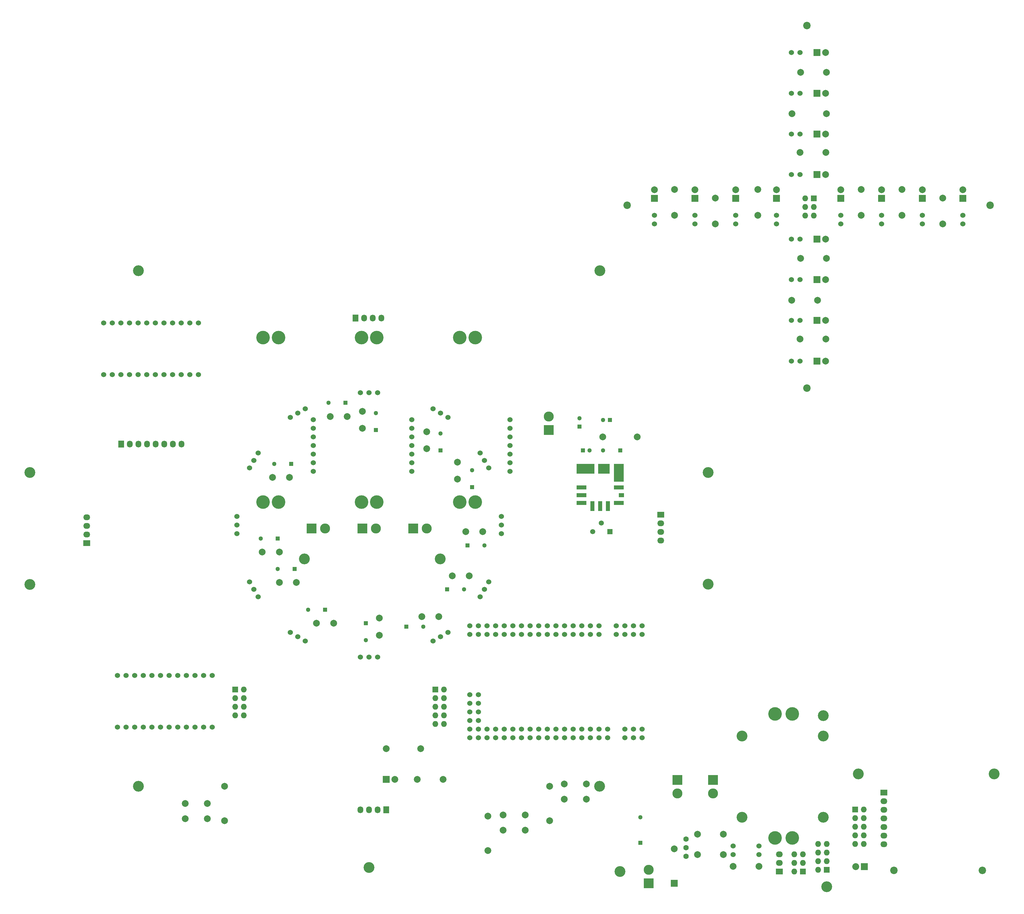
<source format=gts>
G04 #@! TF.FileFunction,Soldermask,Top*
%FSLAX46Y46*%
G04 Gerber Fmt 4.6, Leading zero omitted, Abs format (unit mm)*
G04 Created by KiCad (PCBNEW 4.0.1-stable) date 2016/11/10 21:26:33*
%MOMM*%
G01*
G04 APERTURE LIST*
%ADD10C,0.100000*%
%ADD11C,3.200000*%
%ADD12C,2.200000*%
%ADD13R,2.032000X1.727200*%
%ADD14O,2.032000X1.727200*%
%ADD15R,2.032000X2.032000*%
%ADD16O,2.032000X2.032000*%
%ADD17R,1.727200X1.727200*%
%ADD18O,1.727200X1.727200*%
%ADD19C,1.300000*%
%ADD20R,1.300000X1.300000*%
%ADD21R,2.000000X2.000000*%
%ADD22C,2.000000*%
%ADD23R,2.950000X2.950000*%
%ADD24C,2.950000*%
%ADD25C,1.998980*%
%ADD26C,1.510000*%
%ADD27R,1.510000X1.510000*%
%ADD28C,1.524000*%
%ADD29R,2.999740X1.198880*%
%ADD30R,5.288280X2.999740*%
%ADD31R,3.489960X2.999740*%
%ADD32R,2.999740X5.288280*%
%ADD33R,1.198880X2.999740*%
%ADD34R,1.498600X1.198880*%
%ADD35R,1.727200X2.032000*%
%ADD36O,1.727200X2.032000*%
%ADD37C,4.000000*%
%ADD38R,1.998980X1.998980*%
%ADD39C,1.600000*%
G04 APERTURE END LIST*
D10*
D11*
X396770000Y-293900000D03*
D12*
X433270000Y-322400000D03*
D13*
X404270000Y-299400000D03*
D14*
X404270000Y-301940000D03*
X404270000Y-304480000D03*
X404270000Y-307020000D03*
X404270000Y-309560000D03*
X404270000Y-312100000D03*
X404270000Y-314640000D03*
D15*
X398470000Y-321300000D03*
D16*
X395930000Y-321300000D03*
D17*
X395770000Y-304400000D03*
D18*
X398310000Y-304400000D03*
X395770000Y-306940000D03*
X398310000Y-306940000D03*
X395770000Y-309480000D03*
X398310000Y-309480000D03*
X395770000Y-312020000D03*
X398310000Y-312020000D03*
X395770000Y-314560000D03*
X398310000Y-314560000D03*
D12*
X407270000Y-322400000D03*
D11*
X436770000Y-293900000D03*
X273450000Y-230550000D03*
X233450000Y-230550000D03*
X184450000Y-145550000D03*
X152450000Y-205050000D03*
X152450000Y-238050000D03*
X184450000Y-297550000D03*
X252450000Y-321550000D03*
X320450000Y-297550000D03*
X352450000Y-237980000D03*
X352480000Y-205010000D03*
D13*
X169210000Y-225850000D03*
D14*
X169210000Y-223310000D03*
X169210000Y-220770000D03*
X169210000Y-218230000D03*
D19*
X314500000Y-189000000D03*
D20*
X314500000Y-191500000D03*
X254500000Y-192500000D03*
D19*
X254500000Y-187500000D03*
D20*
X273500000Y-198500000D03*
D19*
X273500000Y-193500000D03*
D20*
X282875000Y-209340000D03*
D19*
X282875000Y-204340000D03*
D20*
X281500000Y-226500000D03*
D19*
X286500000Y-226500000D03*
D20*
X275500000Y-239500000D03*
D19*
X280500000Y-239500000D03*
D20*
X263500000Y-250500000D03*
D19*
X268500000Y-250500000D03*
D20*
X315500000Y-198500000D03*
D19*
X317500000Y-198500000D03*
D20*
X251500000Y-249500000D03*
D19*
X251500000Y-254500000D03*
D20*
X239500000Y-245500000D03*
D19*
X234500000Y-245500000D03*
D20*
X230500000Y-233500000D03*
D19*
X225500000Y-233500000D03*
D20*
X326500000Y-198500000D03*
D19*
X321500000Y-198500000D03*
D20*
X225500000Y-224500000D03*
D19*
X220500000Y-224500000D03*
D20*
X323500000Y-189500000D03*
D19*
X321500000Y-189500000D03*
D20*
X229500000Y-202500000D03*
D19*
X224500000Y-202500000D03*
D20*
X245500000Y-184500000D03*
D19*
X240500000Y-184500000D03*
D21*
X257500000Y-295500000D03*
D22*
X260040000Y-295500000D03*
D23*
X305500000Y-192480000D03*
D24*
X305500000Y-188520000D03*
D17*
X272000000Y-269000000D03*
D18*
X274540000Y-269000000D03*
X272000000Y-271540000D03*
X274540000Y-271540000D03*
X272000000Y-274080000D03*
X274540000Y-274080000D03*
X272000000Y-276620000D03*
X274540000Y-276620000D03*
X272000000Y-279160000D03*
X274540000Y-279160000D03*
D17*
X213025000Y-269030000D03*
D18*
X215565000Y-269030000D03*
X213025000Y-271570000D03*
X215565000Y-271570000D03*
X213025000Y-274110000D03*
X215565000Y-274110000D03*
X213025000Y-276650000D03*
X215565000Y-276650000D03*
D23*
X235520000Y-221500000D03*
D24*
X239480000Y-221500000D03*
D23*
X265520000Y-221500000D03*
D24*
X269480000Y-221500000D03*
D23*
X250520000Y-221500000D03*
D24*
X254480000Y-221500000D03*
D25*
X250500000Y-187000640D03*
X250500000Y-192001900D03*
X269500000Y-193000640D03*
X269500000Y-198001900D03*
X278500000Y-202000640D03*
X278500000Y-207001900D03*
X285999360Y-222500000D03*
X280998100Y-222500000D03*
X281999360Y-235500000D03*
X276998100Y-235500000D03*
X272999360Y-247500000D03*
X267998100Y-247500000D03*
X255500000Y-252999360D03*
X255500000Y-247998100D03*
X237000640Y-249500000D03*
X242001900Y-249500000D03*
X226000640Y-237500000D03*
X231001900Y-237500000D03*
D26*
X318420000Y-222500000D03*
D27*
X323500000Y-222500000D03*
D26*
X320960000Y-219960000D03*
D25*
X221000640Y-228500000D03*
X226001900Y-228500000D03*
X331500000Y-194500000D03*
X321340000Y-194500000D03*
X224000640Y-206500000D03*
X229001900Y-206500000D03*
X241000640Y-188500000D03*
X246001900Y-188500000D03*
X209850000Y-307765000D03*
X209850000Y-297605000D03*
X305735000Y-307765000D03*
X305735000Y-297605000D03*
X287500000Y-316500000D03*
X287500000Y-306340000D03*
X257500000Y-286500000D03*
X267660000Y-286500000D03*
D22*
X266700160Y-295500000D03*
X274299840Y-295500000D03*
X204770000Y-302630000D03*
X204770000Y-307130000D03*
X198270000Y-302630000D03*
X198270000Y-307130000D03*
X316530000Y-296915000D03*
X316530000Y-301415000D03*
X310030000Y-296915000D03*
X310030000Y-301415000D03*
X298500000Y-306000000D03*
X298500000Y-310500000D03*
X292000000Y-306000000D03*
X292000000Y-310500000D03*
D28*
X255040000Y-181500000D03*
X252500000Y-181500000D03*
X249960000Y-181500000D03*
X275699705Y-188770000D03*
X273500000Y-187500000D03*
X271300295Y-186230000D03*
X287770000Y-203699705D03*
X286500000Y-201500000D03*
X285230000Y-199300295D03*
X291500000Y-223040000D03*
X291500000Y-220500000D03*
X291500000Y-217960000D03*
X285230000Y-241699705D03*
X286500000Y-239500000D03*
X287770000Y-237300295D03*
X271300295Y-254770000D03*
X273500000Y-253500000D03*
X275699705Y-252230000D03*
X249960000Y-259500000D03*
X252500000Y-259500000D03*
X255040000Y-259500000D03*
D29*
X315131220Y-209450000D03*
D30*
X316276760Y-203971220D03*
D31*
X321753000Y-203971220D03*
D32*
X326088780Y-205116760D03*
D29*
X326088780Y-209450000D03*
X326088780Y-214029620D03*
D33*
X320610000Y-214928780D03*
X318321460Y-214928780D03*
D29*
X315131220Y-214029620D03*
X315131220Y-211738540D03*
D34*
X326838080Y-211738540D03*
D33*
X322898540Y-214928780D03*
D28*
X229300295Y-252230000D03*
X231500000Y-253500000D03*
X233699705Y-254770000D03*
D35*
X248500000Y-159500000D03*
D36*
X251040000Y-159500000D03*
X253580000Y-159500000D03*
X256120000Y-159500000D03*
D13*
X338500000Y-217500000D03*
D14*
X338500000Y-220040000D03*
X338500000Y-222580000D03*
X338500000Y-225120000D03*
D35*
X257500000Y-304500000D03*
D36*
X254960000Y-304500000D03*
X252420000Y-304500000D03*
X249880000Y-304500000D03*
D28*
X217230000Y-237300295D03*
X218500000Y-239500000D03*
X219770000Y-241699705D03*
X213500000Y-217960000D03*
X213500000Y-220500000D03*
X213500000Y-223040000D03*
X219770000Y-199300295D03*
X218500000Y-201500000D03*
X217230000Y-203699705D03*
X233699705Y-186230000D03*
X231500000Y-187500000D03*
X229300295Y-188770000D03*
X299960000Y-283280000D03*
X320280000Y-250260000D03*
X317740000Y-252800000D03*
X317740000Y-250260000D03*
X315200000Y-252800000D03*
X315200000Y-250260000D03*
X312660000Y-252800000D03*
X312660000Y-250260000D03*
X310120000Y-252800000D03*
X310120000Y-250260000D03*
X307580000Y-252800000D03*
X307580000Y-250260000D03*
X305040000Y-252800000D03*
X305040000Y-250260000D03*
X302500000Y-252800000D03*
X302500000Y-250260000D03*
X299960000Y-252800000D03*
X299960000Y-250260000D03*
X297420000Y-252800000D03*
X297420000Y-250260000D03*
X294880000Y-252800000D03*
X294880000Y-250260000D03*
X292340000Y-252800000D03*
X292340000Y-250260000D03*
X289800000Y-252800000D03*
X289800000Y-250260000D03*
X287260000Y-252800000D03*
X287260000Y-250260000D03*
X284720000Y-252800000D03*
X284720000Y-250260000D03*
X282180000Y-252800000D03*
X282180000Y-250260000D03*
X320280000Y-252800000D03*
X325360000Y-252800000D03*
X325360000Y-250260000D03*
X327900000Y-252800000D03*
X327900000Y-250260000D03*
X330440000Y-252800000D03*
X330440000Y-250260000D03*
X332980000Y-250260000D03*
X332980000Y-252800000D03*
X282180000Y-270580000D03*
X284720000Y-270580000D03*
X282180000Y-275660000D03*
X282180000Y-273120000D03*
X284720000Y-275660000D03*
X284720000Y-273120000D03*
X299960000Y-280740000D03*
X297420000Y-283280000D03*
X297420000Y-280740000D03*
X294880000Y-283280000D03*
X294880000Y-280740000D03*
X292340000Y-283280000D03*
X292340000Y-280740000D03*
X289800000Y-283280000D03*
X289800000Y-280740000D03*
X287260000Y-283280000D03*
X287260000Y-280740000D03*
X284720000Y-283280000D03*
X284720000Y-280740000D03*
X282180000Y-283280000D03*
X282180000Y-280740000D03*
X322820000Y-283280000D03*
X322820000Y-280740000D03*
X320280000Y-283280000D03*
X320280000Y-280740000D03*
X317740000Y-283280000D03*
X317740000Y-280740000D03*
X315200000Y-283280000D03*
X315200000Y-280740000D03*
X312660000Y-283280000D03*
X312660000Y-280740000D03*
X310120000Y-283280000D03*
X310120000Y-280740000D03*
X307580000Y-283280000D03*
X307580000Y-280740000D03*
X305040000Y-283280000D03*
X305040000Y-280740000D03*
X327900000Y-283280000D03*
X327900000Y-280740000D03*
X330440000Y-283280000D03*
X330440000Y-280740000D03*
X332980000Y-283280000D03*
X332980000Y-280740000D03*
X282180000Y-278200000D03*
X284720000Y-278200000D03*
X302500000Y-283280000D03*
X302500000Y-280740000D03*
X202200000Y-176120000D03*
X202200000Y-160880000D03*
X199660000Y-176120000D03*
X197120000Y-176120000D03*
X194580000Y-176120000D03*
X192040000Y-176120000D03*
X189500000Y-176120000D03*
X186960000Y-176120000D03*
X184420000Y-176120000D03*
X181880000Y-176120000D03*
X179340000Y-176120000D03*
X176800000Y-176120000D03*
X174260000Y-176120000D03*
X174260000Y-160880000D03*
X179340000Y-160880000D03*
X176800000Y-160880000D03*
X181880000Y-160880000D03*
X184420000Y-160880000D03*
X186960000Y-160880000D03*
X189500000Y-160880000D03*
X192040000Y-160880000D03*
X194580000Y-160880000D03*
X197120000Y-160880000D03*
X199660000Y-160880000D03*
X206200000Y-280120000D03*
X206200000Y-264880000D03*
X203660000Y-280120000D03*
X201120000Y-280120000D03*
X198580000Y-280120000D03*
X196040000Y-280120000D03*
X193500000Y-280120000D03*
X190960000Y-280120000D03*
X188420000Y-280120000D03*
X185880000Y-280120000D03*
X183340000Y-280120000D03*
X180800000Y-280120000D03*
X178260000Y-280120000D03*
X178260000Y-264880000D03*
X183340000Y-264880000D03*
X180800000Y-264880000D03*
X185880000Y-264880000D03*
X188420000Y-264880000D03*
X190960000Y-264880000D03*
X193500000Y-264880000D03*
X196040000Y-264880000D03*
X198580000Y-264880000D03*
X201120000Y-264880000D03*
X203660000Y-264880000D03*
D35*
X179370000Y-196640000D03*
D36*
X181910000Y-196640000D03*
X184450000Y-196640000D03*
X186990000Y-196640000D03*
X189530000Y-196640000D03*
X192070000Y-196640000D03*
X194610000Y-196640000D03*
X197150000Y-196640000D03*
D37*
X221250000Y-165250000D03*
X225750000Y-165250000D03*
X225750000Y-213750000D03*
X221250000Y-213750000D03*
D28*
X236050000Y-204700000D03*
X236050000Y-202160000D03*
X236050000Y-199620000D03*
X236050000Y-197080000D03*
X236050000Y-194540000D03*
X236050000Y-192000000D03*
X236050000Y-189460000D03*
D37*
X279250000Y-165250000D03*
X283750000Y-165250000D03*
X283750000Y-213750000D03*
X279250000Y-213750000D03*
D28*
X294050000Y-204700000D03*
X294050000Y-202160000D03*
X294050000Y-199620000D03*
X294050000Y-197080000D03*
X294050000Y-194540000D03*
X294050000Y-192000000D03*
X294050000Y-189460000D03*
D37*
X250250000Y-165250000D03*
X254750000Y-165250000D03*
X254750000Y-213750000D03*
X250250000Y-213750000D03*
D28*
X265050000Y-204700000D03*
X265050000Y-202160000D03*
X265050000Y-199620000D03*
X265050000Y-197080000D03*
X265050000Y-194540000D03*
X265050000Y-192000000D03*
X265050000Y-189460000D03*
D11*
X320510000Y-145480000D03*
D12*
X381580000Y-180170000D03*
X435580000Y-126170000D03*
X381580000Y-73170000D03*
D21*
X384580000Y-81170000D03*
D22*
X387120000Y-81170000D03*
D21*
X384580000Y-93170000D03*
D22*
X387120000Y-93170000D03*
D21*
X384580000Y-105170000D03*
D22*
X387120000Y-105170000D03*
D21*
X384580000Y-117170000D03*
D22*
X387120000Y-117170000D03*
D21*
X336580000Y-124170000D03*
D22*
X336580000Y-121630000D03*
D21*
X348580000Y-124170000D03*
D22*
X348580000Y-121630000D03*
D21*
X360580000Y-124170000D03*
D22*
X360580000Y-121630000D03*
D21*
X372580000Y-124170000D03*
D22*
X372580000Y-121630000D03*
D21*
X391580000Y-124170000D03*
D22*
X391580000Y-121630000D03*
D21*
X403580000Y-124170000D03*
D22*
X403580000Y-121630000D03*
D21*
X415580000Y-124170000D03*
D22*
X415580000Y-121630000D03*
D21*
X427580000Y-124170000D03*
D22*
X427580000Y-121630000D03*
D21*
X384580000Y-136170000D03*
D22*
X387120000Y-136170000D03*
D21*
X384580000Y-148170000D03*
D22*
X387120000Y-148170000D03*
D21*
X384580000Y-160170000D03*
D22*
X387120000Y-160170000D03*
D21*
X384580000Y-172170000D03*
D22*
X387120000Y-172170000D03*
D17*
X383580000Y-124170000D03*
D18*
X381040000Y-124170000D03*
X383580000Y-126710000D03*
X381040000Y-126710000D03*
X383580000Y-129250000D03*
X381040000Y-129250000D03*
D28*
X377040000Y-81170000D03*
X379580000Y-81170000D03*
X377040000Y-93170000D03*
X379580000Y-93170000D03*
X377040000Y-105170000D03*
X379580000Y-105170000D03*
X377040000Y-117170000D03*
X379580000Y-117170000D03*
X336580000Y-131710000D03*
X336580000Y-129170000D03*
X348580000Y-131710000D03*
X348580000Y-129170000D03*
X360580000Y-131710000D03*
X360580000Y-129170000D03*
X372580000Y-131710000D03*
X372580000Y-129170000D03*
X391580000Y-131710000D03*
X391580000Y-129170000D03*
X403580000Y-131710000D03*
X403580000Y-129170000D03*
X415580000Y-131710000D03*
X415580000Y-129170000D03*
X427580000Y-131710000D03*
X427580000Y-129170000D03*
X377040000Y-136170000D03*
X379580000Y-136170000D03*
X377040000Y-148170000D03*
X379580000Y-148170000D03*
X377040000Y-160170000D03*
X379580000Y-160170000D03*
X377040000Y-172170000D03*
X379580000Y-172170000D03*
D25*
X377180000Y-99170000D03*
X387340000Y-99170000D03*
X379680000Y-86970000D03*
X387300000Y-86970000D03*
X379580000Y-110670000D03*
X387200000Y-110670000D03*
X354580000Y-131670000D03*
X354580000Y-124050000D03*
X342580000Y-129170000D03*
X342580000Y-121550000D03*
X367080000Y-129170000D03*
X367080000Y-121550000D03*
X421580000Y-131670000D03*
X421580000Y-124050000D03*
X397580000Y-129170000D03*
X397580000Y-121550000D03*
X409580000Y-129170000D03*
X409580000Y-121550000D03*
X377080000Y-154270000D03*
X384700000Y-154270000D03*
X379680000Y-141870000D03*
X387300000Y-141870000D03*
X379580000Y-165670000D03*
X387200000Y-165670000D03*
D11*
X387430000Y-327230000D03*
X386440000Y-276730000D03*
X326430000Y-322730000D03*
X386430000Y-282730000D03*
X362430000Y-282730000D03*
X362430000Y-306730000D03*
D37*
X372160000Y-312810000D03*
X377240000Y-312810000D03*
X372160000Y-276220000D03*
X377240000Y-276220000D03*
D20*
X332430000Y-314230000D03*
D19*
X332430000Y-306730000D03*
D25*
X342427460Y-316070000D03*
D38*
X342427460Y-326230000D03*
D17*
X387430000Y-322230000D03*
D18*
X384890000Y-322230000D03*
X387430000Y-319690000D03*
X384890000Y-319690000D03*
X387430000Y-317150000D03*
X384890000Y-317150000D03*
X387430000Y-314610000D03*
X384890000Y-314610000D03*
D17*
X380430000Y-322730000D03*
D18*
X377890000Y-322730000D03*
X380430000Y-320190000D03*
X377890000Y-320190000D03*
X380430000Y-317650000D03*
X377890000Y-317650000D03*
D13*
X373430000Y-322730000D03*
D14*
X373430000Y-320190000D03*
X373430000Y-317650000D03*
D23*
X334930000Y-326210000D03*
D24*
X334930000Y-322250000D03*
D23*
X353930000Y-295750000D03*
D24*
X353930000Y-299710000D03*
D23*
X343430000Y-295750000D03*
D24*
X343430000Y-299710000D03*
D39*
X345930000Y-313190000D03*
X345930000Y-318270000D03*
X345930000Y-315730000D03*
D25*
X367430000Y-321230000D03*
X359810000Y-321230000D03*
X356930000Y-317730000D03*
X349310000Y-317730000D03*
X356930000Y-311730000D03*
X349310000Y-311730000D03*
D28*
X367470000Y-317730000D03*
X367470000Y-315190000D03*
X359850000Y-317730000D03*
X359850000Y-315190000D03*
D11*
X386430000Y-306730000D03*
X436770000Y-293900000D03*
D12*
X407270000Y-322400000D03*
D17*
X395770000Y-304400000D03*
D18*
X398310000Y-304400000D03*
X395770000Y-306940000D03*
X398310000Y-306940000D03*
X395770000Y-309480000D03*
X398310000Y-309480000D03*
X395770000Y-312020000D03*
X398310000Y-312020000D03*
X395770000Y-314560000D03*
X398310000Y-314560000D03*
D15*
X398470000Y-321300000D03*
D16*
X395930000Y-321300000D03*
D13*
X404270000Y-299400000D03*
D14*
X404270000Y-301940000D03*
X404270000Y-304480000D03*
X404270000Y-307020000D03*
X404270000Y-309560000D03*
X404270000Y-312100000D03*
X404270000Y-314640000D03*
D12*
X433270000Y-322400000D03*
D11*
X396770000Y-293900000D03*
D12*
X328580000Y-126170000D03*
M02*

</source>
